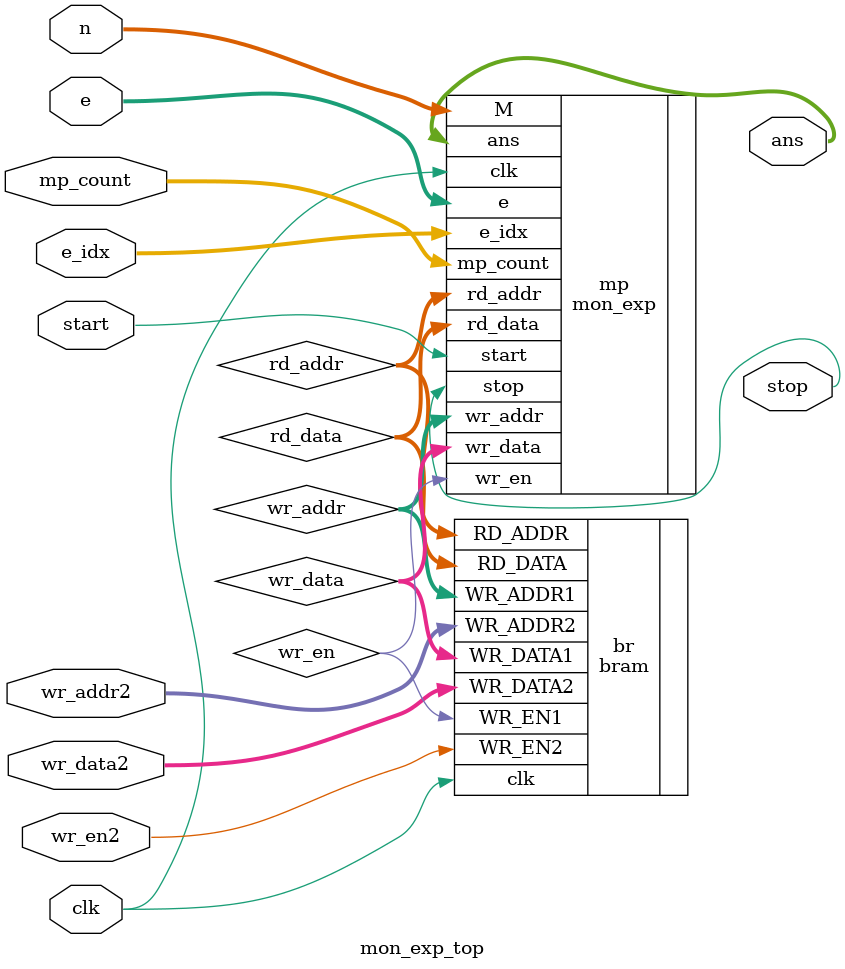
<source format=v>
`default_nettype none
`timescale 1 ns / 100 ps

module mon_exp_top(
  input clk,
  input start,
  input [bitLen-1:0] n,
  input [bitLen-1:0] e,
  input [9:0] e_idx,
  input [9:0] mp_count,
  input [ABITS-1:0] wr_addr2,
  input [DBITS-1:0] wr_data2,
  input wr_en2,
  output stop,
  output [bitLen:0] ans
  );

parameter bitLen = 512;
parameter ABITS = 8, DBITS = 512;

// reg clk = 0;
// always #100 clk = ~clk;


//inputs to test are reg type;


// outputs are wire


// wires to connect mp and bram
wire [ABITS-1:0] wr_addr;
wire [DBITS-1:0] wr_data;
wire wr_en;



wire [ABITS-1:0] rd_addr;
wire [DBITS-1:0] rd_data;


mon_exp mp (
  .clk(clk),
  .start(start),
  .e(e), // ^ e
  .e_idx(e_idx),
  .M(n),  // mod n
  .mp_count(mp_count),
  .rd_addr(rd_addr),
  .rd_data(rd_data),
  .wr_data(wr_data),
  .wr_addr(wr_addr),
  .wr_en(wr_en),
  .stop(stop),
  .ans(ans)
  );

  bram br (
    .clk(clk),
    .WR_ADDR1(wr_addr),
    .WR_DATA1(wr_data),
    .WR_EN1(wr_en),
    .WR_ADDR2(wr_addr2),
    .WR_DATA2(wr_data2),
    .WR_EN2(wr_en2),
    .RD_ADDR(rd_addr),
    .RD_DATA(rd_data)
    );

endmodule

</source>
